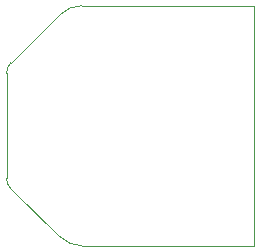
<source format=gbr>
%TF.GenerationSoftware,KiCad,Pcbnew,(5.1.9-0-10_14)*%
%TF.CreationDate,2021-03-17T23:59:50+01:00*%
%TF.ProjectId,PogoDebug,506f676f-4465-4627-9567-2e6b69636164,rev?*%
%TF.SameCoordinates,Original*%
%TF.FileFunction,Profile,NP*%
%FSLAX46Y46*%
G04 Gerber Fmt 4.6, Leading zero omitted, Abs format (unit mm)*
G04 Created by KiCad (PCBNEW (5.1.9-0-10_14)) date 2021-03-17 23:59:50*
%MOMM*%
%LPD*%
G01*
G04 APERTURE LIST*
%TA.AperFunction,Profile*%
%ADD10C,0.050000*%
%TD*%
G04 APERTURE END LIST*
D10*
X146158949Y-111651051D02*
X141976974Y-107578026D01*
X147955000Y-112395000D02*
G75*
G02*
X146158949Y-111651051I0J2540000D01*
G01*
X146158949Y-92818949D02*
X141976974Y-96891974D01*
X141604999Y-97790000D02*
G75*
G02*
X141976974Y-96891974I1270001J0D01*
G01*
X141976974Y-107578026D02*
G75*
G02*
X141605000Y-106680000I898026J898026D01*
G01*
X146158949Y-92818949D02*
G75*
G02*
X147955000Y-92075000I1796051J-1796051D01*
G01*
X162560000Y-92075000D02*
X162560000Y-112395000D01*
X147955000Y-92075000D02*
X162560000Y-92075000D01*
X141605000Y-106680000D02*
X141604999Y-97790000D01*
X162560000Y-112395000D02*
X147955000Y-112395000D01*
M02*

</source>
